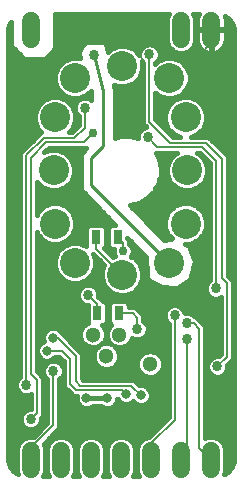
<source format=gbl>
G75*
%MOIN*%
%OFA0B0*%
%FSLAX25Y25*%
%IPPOS*%
%LPD*%
%AMOC8*
5,1,8,0,0,1.08239X$1,22.5*
%
%ADD10C,0.06000*%
%ADD11C,0.10000*%
%ADD12C,0.05118*%
%ADD13R,0.03150X0.04724*%
%ADD14C,0.03369*%
%ADD15C,0.01000*%
%ADD16C,0.00600*%
%ADD17C,0.03172*%
%ADD18C,0.01600*%
%ADD19C,0.02975*%
%ADD20C,0.00800*%
D10*
X0011170Y0006100D02*
X0011170Y0012100D01*
X0021170Y0012100D02*
X0021170Y0006100D01*
X0031170Y0006100D02*
X0031170Y0012100D01*
X0041170Y0012100D02*
X0041170Y0006100D01*
X0051170Y0006100D02*
X0051170Y0012100D01*
X0061170Y0012100D02*
X0061170Y0006100D01*
X0071170Y0006100D02*
X0071170Y0012100D01*
X0071170Y0149407D02*
X0071170Y0155407D01*
X0061170Y0155407D02*
X0061170Y0149407D01*
X0011170Y0149407D02*
X0011170Y0155407D01*
D11*
X0025747Y0136334D03*
X0019123Y0123273D03*
X0018623Y0105557D03*
X0019123Y0087840D03*
X0025747Y0074779D03*
X0041495Y0070842D03*
X0057243Y0074779D03*
X0062617Y0087840D03*
X0063117Y0105557D03*
X0062617Y0123273D03*
X0057243Y0136334D03*
X0041495Y0140271D03*
D12*
X0040600Y0050813D03*
X0036200Y0043613D03*
X0031800Y0050813D03*
X0050800Y0041013D03*
D13*
X0040343Y0058013D03*
X0033257Y0058013D03*
X0032857Y0083413D03*
X0039943Y0083413D03*
D14*
X0030200Y0064013D03*
X0029800Y0039613D03*
X0018600Y0038713D03*
X0011000Y0022613D03*
X0009600Y0034013D03*
X0046600Y0052613D03*
X0050800Y0041013D03*
X0052400Y0035213D03*
X0063200Y0049213D03*
X0063200Y0054613D03*
X0061000Y0061213D03*
X0059000Y0057213D03*
X0072800Y0066213D03*
X0073200Y0040213D03*
X0050000Y0116613D03*
X0050600Y0144213D03*
X0032200Y0144013D03*
X0029000Y0126413D03*
D15*
X0035200Y0132013D02*
X0035200Y0113813D01*
X0031200Y0109813D01*
X0031200Y0100822D01*
X0057243Y0074779D01*
X0035200Y0132013D02*
X0032200Y0144013D01*
D16*
X0029000Y0126413D02*
X0029000Y0119813D01*
X0025600Y0116413D01*
X0015400Y0116413D01*
X0009600Y0110613D01*
X0009600Y0034013D01*
X0013000Y0035813D02*
X0011000Y0037813D01*
X0011000Y0109813D01*
X0016200Y0115013D01*
X0028800Y0115013D01*
X0031800Y0118013D01*
X0050000Y0116613D02*
X0053200Y0113413D01*
X0068200Y0113413D01*
X0072800Y0108813D01*
X0072800Y0066213D01*
X0074800Y0069613D02*
X0074800Y0109413D01*
X0069400Y0114813D01*
X0057600Y0114813D01*
X0050600Y0121813D01*
X0050600Y0144213D01*
X0039943Y0083413D02*
X0041900Y0081457D01*
X0041900Y0078670D01*
X0041495Y0070842D02*
X0032857Y0079480D01*
X0032857Y0083413D01*
X0030200Y0064013D02*
X0033257Y0060957D01*
X0033257Y0058013D01*
X0040343Y0058013D02*
X0045000Y0058013D01*
X0046600Y0056413D01*
X0046600Y0052613D01*
X0044600Y0033813D02*
X0027600Y0033813D01*
X0026000Y0035413D01*
X0026000Y0043813D01*
X0020000Y0049813D01*
X0018400Y0049813D01*
X0016400Y0045413D02*
X0021400Y0045413D01*
X0024200Y0042613D01*
X0024200Y0034213D01*
X0026000Y0032413D01*
X0041400Y0032413D01*
X0042800Y0031013D01*
X0044600Y0033813D02*
X0047800Y0030613D01*
X0059000Y0022413D02*
X0051200Y0014613D01*
X0051200Y0009130D01*
X0051170Y0009100D01*
X0059000Y0022413D02*
X0059000Y0057213D01*
X0063200Y0054613D02*
X0065400Y0054613D01*
X0067200Y0052813D01*
X0067200Y0013070D01*
X0071170Y0009100D01*
X0063200Y0011130D02*
X0061170Y0009100D01*
X0063200Y0011130D02*
X0063200Y0049213D01*
X0073200Y0040213D02*
X0076400Y0043413D01*
X0076400Y0068013D01*
X0074800Y0069613D01*
X0018600Y0038713D02*
X0018600Y0020613D01*
X0011200Y0013213D01*
X0011200Y0009130D01*
X0011170Y0009100D01*
X0011000Y0022613D02*
X0013000Y0024613D01*
X0013000Y0035813D01*
D17*
X0016400Y0045413D03*
X0018400Y0049813D03*
X0029600Y0029613D03*
X0036200Y0043613D03*
X0031800Y0050813D03*
X0040600Y0050813D03*
X0042800Y0031013D03*
X0047800Y0030613D03*
X0036600Y0029613D03*
X0043800Y0117613D03*
D18*
X0004132Y0006880D02*
X0005199Y0005412D01*
X0006667Y0004346D01*
X0006832Y0004292D01*
X0006470Y0005165D01*
X0006470Y0013035D01*
X0007186Y0014762D01*
X0008508Y0016084D01*
X0010235Y0016800D01*
X0011958Y0016800D01*
X0016600Y0021442D01*
X0016600Y0035927D01*
X0015731Y0036796D01*
X0015216Y0038040D01*
X0015216Y0039387D01*
X0015731Y0040630D01*
X0016683Y0041582D01*
X0017927Y0042098D01*
X0019273Y0042098D01*
X0020517Y0041582D01*
X0021469Y0040630D01*
X0021984Y0039387D01*
X0021984Y0038040D01*
X0021469Y0036796D01*
X0020600Y0035927D01*
X0020600Y0019785D01*
X0015278Y0014463D01*
X0015870Y0013035D01*
X0015870Y0005165D01*
X0015269Y0003713D01*
X0017071Y0003713D01*
X0016470Y0005165D01*
X0016470Y0013035D01*
X0017186Y0014762D01*
X0018508Y0016084D01*
X0020235Y0016800D01*
X0022105Y0016800D01*
X0023832Y0016084D01*
X0025155Y0014762D01*
X0025870Y0013035D01*
X0025870Y0005165D01*
X0025269Y0003713D01*
X0027071Y0003713D01*
X0026470Y0005165D01*
X0026470Y0013035D01*
X0027186Y0014762D01*
X0028508Y0016084D01*
X0030235Y0016800D01*
X0032105Y0016800D01*
X0033832Y0016084D01*
X0035155Y0014762D01*
X0035870Y0013035D01*
X0035870Y0005165D01*
X0035269Y0003713D01*
X0037071Y0003713D01*
X0036470Y0005165D01*
X0036470Y0013035D01*
X0037186Y0014762D01*
X0038508Y0016084D01*
X0040235Y0016800D01*
X0042105Y0016800D01*
X0043832Y0016084D01*
X0045155Y0014762D01*
X0045870Y0013035D01*
X0045870Y0005165D01*
X0045269Y0003713D01*
X0047071Y0003713D01*
X0046470Y0005165D01*
X0046470Y0013035D01*
X0047186Y0014762D01*
X0048508Y0016084D01*
X0050235Y0016800D01*
X0050558Y0016800D01*
X0057000Y0023242D01*
X0057000Y0054427D01*
X0056131Y0055296D01*
X0055616Y0056540D01*
X0055616Y0057887D01*
X0056131Y0059130D01*
X0057083Y0060082D01*
X0058327Y0060598D01*
X0059673Y0060598D01*
X0060917Y0060082D01*
X0061869Y0059130D01*
X0062366Y0057931D01*
X0062527Y0057998D01*
X0063873Y0057998D01*
X0065117Y0057482D01*
X0065986Y0056613D01*
X0066228Y0056613D01*
X0068028Y0054813D01*
X0069200Y0053642D01*
X0069200Y0016371D01*
X0070235Y0016800D01*
X0072105Y0016800D01*
X0073832Y0016084D01*
X0075155Y0014762D01*
X0075870Y0013035D01*
X0075870Y0005165D01*
X0075508Y0004292D01*
X0075673Y0004346D01*
X0077141Y0005412D01*
X0078208Y0006880D01*
X0078769Y0008606D01*
X0078840Y0009513D01*
X0078840Y0151994D01*
X0078769Y0152901D01*
X0078208Y0154627D01*
X0077141Y0156095D01*
X0075673Y0157162D01*
X0075644Y0157171D01*
X0075852Y0156531D01*
X0075970Y0155785D01*
X0075970Y0152607D01*
X0071370Y0152607D01*
X0071370Y0152207D01*
X0071370Y0144607D01*
X0071548Y0144607D01*
X0072294Y0144725D01*
X0073013Y0144959D01*
X0073686Y0145302D01*
X0074297Y0145746D01*
X0074831Y0146280D01*
X0075275Y0146891D01*
X0075618Y0147565D01*
X0075852Y0148283D01*
X0075970Y0149029D01*
X0075970Y0152207D01*
X0071370Y0152207D01*
X0070970Y0152207D01*
X0070970Y0144607D01*
X0070792Y0144607D01*
X0070046Y0144725D01*
X0069328Y0144959D01*
X0068654Y0145302D01*
X0068043Y0145746D01*
X0067509Y0146280D01*
X0067065Y0146891D01*
X0066722Y0147565D01*
X0066488Y0148283D01*
X0066370Y0149029D01*
X0066370Y0152207D01*
X0070970Y0152207D01*
X0070970Y0152607D01*
X0066370Y0152607D01*
X0066370Y0155785D01*
X0066488Y0156531D01*
X0066722Y0157250D01*
X0066999Y0157794D01*
X0065269Y0157794D01*
X0065870Y0156342D01*
X0065870Y0148472D01*
X0065155Y0146745D01*
X0063832Y0145423D01*
X0062105Y0144707D01*
X0060235Y0144707D01*
X0058508Y0145423D01*
X0057186Y0146745D01*
X0056470Y0148472D01*
X0056470Y0156342D01*
X0057071Y0157794D01*
X0019100Y0157794D01*
X0019100Y0146061D01*
X0017100Y0144061D01*
X0015753Y0142713D01*
X0008847Y0142713D01*
X0005847Y0145713D01*
X0004500Y0147061D01*
X0004500Y0155133D01*
X0004132Y0154627D01*
X0003571Y0152901D01*
X0003500Y0151994D01*
X0003500Y0009513D01*
X0003571Y0008606D01*
X0004132Y0006880D01*
X0004184Y0006809D02*
X0006470Y0006809D01*
X0006470Y0008407D02*
X0003636Y0008407D01*
X0003500Y0010006D02*
X0006470Y0010006D01*
X0006470Y0011604D02*
X0003500Y0011604D01*
X0003500Y0013203D02*
X0006540Y0013203D01*
X0007225Y0014801D02*
X0003500Y0014801D01*
X0003500Y0016400D02*
X0009269Y0016400D01*
X0010327Y0019229D02*
X0011673Y0019229D01*
X0012917Y0019744D01*
X0013869Y0020696D01*
X0014384Y0021940D01*
X0014384Y0023169D01*
X0015000Y0023785D01*
X0015000Y0036642D01*
X0013000Y0038642D01*
X0013000Y0085114D01*
X0013443Y0084045D01*
X0015328Y0082160D01*
X0017790Y0081140D01*
X0020456Y0081140D01*
X0022918Y0082160D01*
X0024803Y0084045D01*
X0025823Y0086507D01*
X0025823Y0089173D01*
X0024803Y0091635D01*
X0022918Y0093520D01*
X0020456Y0094540D01*
X0017790Y0094540D01*
X0015328Y0093520D01*
X0013443Y0091635D01*
X0013000Y0090566D01*
X0013000Y0101704D01*
X0014828Y0099877D01*
X0017290Y0098857D01*
X0019956Y0098857D01*
X0022418Y0099877D01*
X0024303Y0101761D01*
X0025323Y0104224D01*
X0025323Y0106889D01*
X0024303Y0109352D01*
X0022418Y0111237D01*
X0019956Y0112257D01*
X0017290Y0112257D01*
X0015552Y0111537D01*
X0017028Y0113013D01*
X0029383Y0113013D01*
X0028345Y0111670D01*
X0027800Y0111125D01*
X0027800Y0110964D01*
X0027702Y0110837D01*
X0027800Y0110073D01*
X0027800Y0100033D01*
X0027784Y0099142D01*
X0027800Y0099125D01*
X0027800Y0099102D01*
X0028430Y0098472D01*
X0039034Y0087476D01*
X0037664Y0087476D01*
X0036669Y0086480D01*
X0036669Y0080347D01*
X0037664Y0079351D01*
X0038732Y0079351D01*
X0038713Y0079304D01*
X0038713Y0078036D01*
X0039100Y0077102D01*
X0038367Y0076798D01*
X0035475Y0079690D01*
X0036131Y0080347D01*
X0036131Y0086480D01*
X0035136Y0087476D01*
X0030578Y0087476D01*
X0029582Y0086480D01*
X0029582Y0080419D01*
X0029542Y0080459D01*
X0027080Y0081479D01*
X0024414Y0081479D01*
X0021952Y0080459D01*
X0020067Y0078574D01*
X0019047Y0076112D01*
X0019047Y0073446D01*
X0020067Y0070984D01*
X0021952Y0069099D01*
X0024414Y0068079D01*
X0027080Y0068079D01*
X0029542Y0069099D01*
X0031427Y0070984D01*
X0032447Y0073446D01*
X0032447Y0076112D01*
X0031775Y0077733D01*
X0035539Y0073970D01*
X0034795Y0072175D01*
X0034795Y0069509D01*
X0035815Y0067047D01*
X0037700Y0065162D01*
X0040162Y0064142D01*
X0042828Y0064142D01*
X0045290Y0065162D01*
X0047175Y0067047D01*
X0048195Y0069509D01*
X0048195Y0072175D01*
X0047175Y0074637D01*
X0045290Y0076522D01*
X0044561Y0076824D01*
X0044602Y0076865D01*
X0045087Y0078036D01*
X0045087Y0079304D01*
X0044602Y0080476D01*
X0043900Y0081178D01*
X0043900Y0082285D01*
X0043218Y0082967D01*
X0043218Y0083136D01*
X0049450Y0076673D01*
X0049766Y0071139D01*
X0049638Y0070914D01*
X0049817Y0070257D01*
X0049856Y0069578D01*
X0050049Y0069406D01*
X0050117Y0069155D01*
X0050708Y0068818D01*
X0051216Y0068365D01*
X0051475Y0068380D01*
X0053313Y0067329D01*
X0053587Y0066964D01*
X0054073Y0066895D01*
X0054500Y0066651D01*
X0054940Y0066771D01*
X0058644Y0066242D01*
X0059495Y0066084D01*
X0059539Y0066114D01*
X0059591Y0066107D01*
X0060284Y0066626D01*
X0063371Y0068749D01*
X0064083Y0069155D01*
X0064110Y0069257D01*
X0064197Y0069317D01*
X0064347Y0070123D01*
X0065474Y0074258D01*
X0065779Y0074919D01*
X0065708Y0075114D01*
X0065762Y0075314D01*
X0065401Y0075946D01*
X0064136Y0079379D01*
X0064020Y0080074D01*
X0063830Y0080210D01*
X0063749Y0080429D01*
X0063110Y0080724D01*
X0062527Y0081140D01*
X0063950Y0081140D01*
X0066412Y0082160D01*
X0068297Y0084045D01*
X0069317Y0086507D01*
X0069317Y0089173D01*
X0068297Y0091635D01*
X0066412Y0093520D01*
X0063950Y0094540D01*
X0061284Y0094540D01*
X0058822Y0093520D01*
X0056937Y0091635D01*
X0055917Y0089173D01*
X0055917Y0086507D01*
X0056937Y0084045D01*
X0058118Y0082863D01*
X0057939Y0082834D01*
X0057934Y0082826D01*
X0055361Y0082379D01*
X0043941Y0094014D01*
X0044264Y0094014D01*
X0047200Y0094801D01*
X0049832Y0096320D01*
X0051981Y0098469D01*
X0053501Y0101101D01*
X0054287Y0104037D01*
X0054287Y0107076D01*
X0053501Y0110012D01*
X0052692Y0111413D01*
X0059748Y0111413D01*
X0059322Y0111237D01*
X0057437Y0109352D01*
X0056417Y0106889D01*
X0056417Y0104224D01*
X0057437Y0101761D01*
X0059322Y0099877D01*
X0061784Y0098857D01*
X0064450Y0098857D01*
X0066912Y0099877D01*
X0068797Y0101761D01*
X0069817Y0104224D01*
X0069817Y0106889D01*
X0068797Y0109352D01*
X0066912Y0111237D01*
X0066485Y0111413D01*
X0067372Y0111413D01*
X0070800Y0107985D01*
X0070800Y0068999D01*
X0069931Y0068130D01*
X0069416Y0066887D01*
X0069416Y0065540D01*
X0069931Y0064296D01*
X0070883Y0063344D01*
X0072127Y0062829D01*
X0073473Y0062829D01*
X0074400Y0063213D01*
X0074400Y0044242D01*
X0073756Y0043598D01*
X0072527Y0043598D01*
X0071283Y0043082D01*
X0070331Y0042130D01*
X0069816Y0040887D01*
X0069816Y0039540D01*
X0070331Y0038296D01*
X0071283Y0037344D01*
X0072527Y0036829D01*
X0073873Y0036829D01*
X0075117Y0037344D01*
X0076069Y0038296D01*
X0076584Y0039540D01*
X0076584Y0040769D01*
X0077228Y0041413D01*
X0078400Y0042585D01*
X0078400Y0068842D01*
X0077228Y0070013D01*
X0076800Y0070442D01*
X0076800Y0110242D01*
X0071400Y0115642D01*
X0070228Y0116813D01*
X0064529Y0116813D01*
X0066412Y0117593D01*
X0068297Y0119478D01*
X0069317Y0121941D01*
X0069317Y0124606D01*
X0068297Y0127068D01*
X0066412Y0128953D01*
X0063950Y0129973D01*
X0061284Y0129973D01*
X0058822Y0128953D01*
X0056937Y0127068D01*
X0055917Y0124606D01*
X0055917Y0121941D01*
X0056937Y0119478D01*
X0058822Y0117593D01*
X0060704Y0116813D01*
X0058428Y0116813D01*
X0052600Y0122642D01*
X0052600Y0131502D01*
X0053448Y0130654D01*
X0055910Y0129634D01*
X0058576Y0129634D01*
X0061038Y0130654D01*
X0062923Y0132539D01*
X0063943Y0135002D01*
X0063943Y0137667D01*
X0062923Y0140129D01*
X0061038Y0142014D01*
X0058576Y0143034D01*
X0055910Y0143034D01*
X0053448Y0142014D01*
X0052600Y0141167D01*
X0052600Y0141427D01*
X0053469Y0142296D01*
X0053984Y0143540D01*
X0053984Y0144887D01*
X0053469Y0146130D01*
X0052517Y0147082D01*
X0051273Y0147598D01*
X0049927Y0147598D01*
X0048683Y0147082D01*
X0047731Y0146130D01*
X0047216Y0144887D01*
X0047216Y0143968D01*
X0047175Y0144066D01*
X0045290Y0145951D01*
X0042828Y0146971D01*
X0040162Y0146971D01*
X0037700Y0145951D01*
X0036680Y0144932D01*
X0036400Y0146419D01*
X0036400Y0147125D01*
X0036236Y0147289D01*
X0036193Y0147516D01*
X0035610Y0147914D01*
X0035111Y0148413D01*
X0034880Y0148413D01*
X0034688Y0148544D01*
X0033995Y0148413D01*
X0031133Y0148413D01*
X0030991Y0148520D01*
X0030244Y0148413D01*
X0029489Y0148413D01*
X0029363Y0148288D01*
X0029187Y0148262D01*
X0028734Y0147658D01*
X0028200Y0147125D01*
X0028200Y0146947D01*
X0027852Y0146483D01*
X0027640Y0146412D01*
X0027321Y0145775D01*
X0026893Y0145204D01*
X0026925Y0144983D01*
X0026825Y0144782D01*
X0027050Y0144106D01*
X0027151Y0143400D01*
X0027330Y0143266D01*
X0027460Y0142877D01*
X0027080Y0143034D01*
X0024414Y0143034D01*
X0021952Y0142014D01*
X0020067Y0140129D01*
X0019047Y0137667D01*
X0019047Y0135002D01*
X0020067Y0132539D01*
X0021952Y0130654D01*
X0024414Y0129634D01*
X0027080Y0129634D01*
X0029542Y0130654D01*
X0031036Y0132148D01*
X0031200Y0131656D01*
X0031200Y0128999D01*
X0030917Y0129282D01*
X0029673Y0129798D01*
X0028327Y0129798D01*
X0027083Y0129282D01*
X0026131Y0128330D01*
X0025616Y0127087D01*
X0025616Y0125740D01*
X0026131Y0124496D01*
X0027000Y0123627D01*
X0027000Y0120642D01*
X0024772Y0118413D01*
X0023738Y0118413D01*
X0024803Y0119478D01*
X0025823Y0121941D01*
X0025823Y0124606D01*
X0024803Y0127068D01*
X0022918Y0128953D01*
X0020456Y0129973D01*
X0017790Y0129973D01*
X0015328Y0128953D01*
X0013443Y0127068D01*
X0012423Y0124606D01*
X0012423Y0121941D01*
X0013443Y0119478D01*
X0014540Y0118381D01*
X0013400Y0117242D01*
X0007600Y0111442D01*
X0007600Y0036799D01*
X0006731Y0035930D01*
X0006216Y0034687D01*
X0006216Y0033340D01*
X0006731Y0032096D01*
X0007683Y0031144D01*
X0008927Y0030629D01*
X0010273Y0030629D01*
X0011000Y0030930D01*
X0011000Y0025998D01*
X0010327Y0025998D01*
X0009083Y0025482D01*
X0008131Y0024530D01*
X0007616Y0023287D01*
X0007616Y0021940D01*
X0008131Y0020696D01*
X0009083Y0019744D01*
X0010327Y0019229D01*
X0009439Y0019597D02*
X0003500Y0019597D01*
X0003500Y0017998D02*
X0013157Y0017998D01*
X0012561Y0019597D02*
X0014755Y0019597D01*
X0014076Y0021196D02*
X0016354Y0021196D01*
X0016600Y0022794D02*
X0014384Y0022794D01*
X0015000Y0024393D02*
X0016600Y0024393D01*
X0016600Y0025991D02*
X0015000Y0025991D01*
X0015000Y0027590D02*
X0016600Y0027590D01*
X0016600Y0029188D02*
X0015000Y0029188D01*
X0015000Y0030787D02*
X0016600Y0030787D01*
X0016600Y0032385D02*
X0015000Y0032385D01*
X0015000Y0033984D02*
X0016600Y0033984D01*
X0016600Y0035582D02*
X0015000Y0035582D01*
X0014461Y0037181D02*
X0015572Y0037181D01*
X0015216Y0038779D02*
X0013000Y0038779D01*
X0013000Y0040378D02*
X0015626Y0040378D01*
X0015746Y0042128D02*
X0014539Y0042628D01*
X0013614Y0043552D01*
X0013114Y0044760D01*
X0013114Y0046067D01*
X0013614Y0047275D01*
X0014539Y0048199D01*
X0015370Y0048543D01*
X0015114Y0049160D01*
X0015114Y0050467D01*
X0015614Y0051675D01*
X0016539Y0052599D01*
X0017746Y0053099D01*
X0019054Y0053099D01*
X0020261Y0052599D01*
X0021186Y0051675D01*
X0021340Y0051302D01*
X0026828Y0045813D01*
X0028000Y0044642D01*
X0028000Y0036242D01*
X0028428Y0035813D01*
X0045428Y0035813D01*
X0046600Y0034642D01*
X0046600Y0034642D01*
X0047343Y0033899D01*
X0048454Y0033899D01*
X0049661Y0033399D01*
X0050586Y0032475D01*
X0051086Y0031267D01*
X0051086Y0029960D01*
X0050586Y0028752D01*
X0049661Y0027828D01*
X0048454Y0027328D01*
X0047146Y0027328D01*
X0045939Y0027828D01*
X0045100Y0028667D01*
X0044661Y0028228D01*
X0043454Y0027728D01*
X0042146Y0027728D01*
X0040939Y0028228D01*
X0040014Y0029152D01*
X0039886Y0029463D01*
X0039886Y0028960D01*
X0039386Y0027752D01*
X0038461Y0026828D01*
X0037254Y0026328D01*
X0035946Y0026328D01*
X0034739Y0026828D01*
X0034453Y0027113D01*
X0031747Y0027113D01*
X0031461Y0026828D01*
X0030254Y0026328D01*
X0028946Y0026328D01*
X0027739Y0026828D01*
X0026814Y0027752D01*
X0026314Y0028960D01*
X0026314Y0030267D01*
X0026375Y0030413D01*
X0025172Y0030413D01*
X0024000Y0031585D01*
X0022200Y0033385D01*
X0022200Y0041785D01*
X0020572Y0043413D01*
X0019047Y0043413D01*
X0018261Y0042628D01*
X0017054Y0042128D01*
X0015746Y0042128D01*
X0017634Y0041976D02*
X0013000Y0041976D01*
X0013000Y0043575D02*
X0013605Y0043575D01*
X0013114Y0045173D02*
X0013000Y0045173D01*
X0013000Y0046772D02*
X0013406Y0046772D01*
X0013000Y0048370D02*
X0014952Y0048370D01*
X0015114Y0049969D02*
X0013000Y0049969D01*
X0013000Y0051567D02*
X0015570Y0051567D01*
X0013000Y0053166D02*
X0028164Y0053166D01*
X0028189Y0053226D02*
X0027541Y0051661D01*
X0027541Y0049966D01*
X0028189Y0048401D01*
X0029387Y0047203D01*
X0030953Y0046554D01*
X0032647Y0046554D01*
X0033451Y0046887D01*
X0032589Y0046026D01*
X0031941Y0044461D01*
X0031941Y0042766D01*
X0032589Y0041201D01*
X0033787Y0040003D01*
X0035353Y0039354D01*
X0037047Y0039354D01*
X0038613Y0040003D01*
X0039811Y0041201D01*
X0040459Y0042766D01*
X0040459Y0044461D01*
X0039811Y0046026D01*
X0038949Y0046887D01*
X0039753Y0046554D01*
X0041447Y0046554D01*
X0043013Y0047203D01*
X0044211Y0048401D01*
X0044755Y0049715D01*
X0045927Y0049229D01*
X0047273Y0049229D01*
X0048517Y0049744D01*
X0049469Y0050696D01*
X0049984Y0051940D01*
X0049984Y0053287D01*
X0049469Y0054530D01*
X0048600Y0055399D01*
X0048600Y0057242D01*
X0047428Y0058413D01*
X0045828Y0060013D01*
X0043618Y0060013D01*
X0043618Y0061080D01*
X0042622Y0062076D01*
X0038064Y0062076D01*
X0037069Y0061080D01*
X0037069Y0054947D01*
X0037889Y0054126D01*
X0036989Y0053226D01*
X0036341Y0051661D01*
X0036341Y0049966D01*
X0036989Y0048401D01*
X0037851Y0047540D01*
X0037047Y0047872D01*
X0035353Y0047872D01*
X0034549Y0047540D01*
X0035411Y0048401D01*
X0036059Y0049966D01*
X0036059Y0051661D01*
X0035411Y0053226D01*
X0034685Y0053951D01*
X0035536Y0053951D01*
X0036531Y0054947D01*
X0036531Y0061080D01*
X0035536Y0062076D01*
X0034966Y0062076D01*
X0034085Y0062957D01*
X0033584Y0063458D01*
X0033584Y0064687D01*
X0033069Y0065930D01*
X0032117Y0066882D01*
X0030873Y0067398D01*
X0029527Y0067398D01*
X0028283Y0066882D01*
X0027331Y0065930D01*
X0026816Y0064687D01*
X0026816Y0063340D01*
X0027331Y0062096D01*
X0028283Y0061144D01*
X0029527Y0060629D01*
X0029982Y0060629D01*
X0029982Y0054947D01*
X0030178Y0054751D01*
X0029387Y0054424D01*
X0028189Y0053226D01*
X0027541Y0051567D02*
X0021230Y0051567D01*
X0022673Y0049969D02*
X0027541Y0049969D01*
X0028220Y0048370D02*
X0024272Y0048370D01*
X0025870Y0046772D02*
X0030428Y0046772D01*
X0031941Y0043575D02*
X0028000Y0043575D01*
X0028000Y0041976D02*
X0032268Y0041976D01*
X0033413Y0040378D02*
X0028000Y0040378D01*
X0028000Y0038779D02*
X0047115Y0038779D01*
X0047189Y0038601D02*
X0048387Y0037403D01*
X0049953Y0036754D01*
X0051647Y0036754D01*
X0053213Y0037403D01*
X0054411Y0038601D01*
X0055059Y0040166D01*
X0055059Y0041861D01*
X0054411Y0043426D01*
X0053213Y0044624D01*
X0051647Y0045272D01*
X0049953Y0045272D01*
X0048387Y0044624D01*
X0047189Y0043426D01*
X0046541Y0041861D01*
X0046541Y0040166D01*
X0047189Y0038601D01*
X0046541Y0040378D02*
X0038987Y0040378D01*
X0040132Y0041976D02*
X0046589Y0041976D01*
X0047338Y0043575D02*
X0040459Y0043575D01*
X0040164Y0045173D02*
X0049713Y0045173D01*
X0051887Y0045173D02*
X0057000Y0045173D01*
X0057000Y0043575D02*
X0054262Y0043575D01*
X0055011Y0041976D02*
X0057000Y0041976D01*
X0057000Y0040378D02*
X0055059Y0040378D01*
X0054484Y0038779D02*
X0057000Y0038779D01*
X0057000Y0037181D02*
X0052676Y0037181D01*
X0050623Y0032385D02*
X0057000Y0032385D01*
X0057000Y0030787D02*
X0051086Y0030787D01*
X0050766Y0029188D02*
X0057000Y0029188D01*
X0057000Y0027590D02*
X0049086Y0027590D01*
X0046514Y0027590D02*
X0039223Y0027590D01*
X0039886Y0029188D02*
X0039999Y0029188D01*
X0036600Y0029613D02*
X0029600Y0029613D01*
X0026977Y0027590D02*
X0020600Y0027590D01*
X0020600Y0029188D02*
X0026314Y0029188D01*
X0024798Y0030787D02*
X0020600Y0030787D01*
X0020600Y0032385D02*
X0023200Y0032385D01*
X0022200Y0033984D02*
X0020600Y0033984D01*
X0020600Y0035582D02*
X0022200Y0035582D01*
X0022200Y0037181D02*
X0021628Y0037181D01*
X0021984Y0038779D02*
X0022200Y0038779D01*
X0022200Y0040378D02*
X0021574Y0040378D01*
X0022009Y0041976D02*
X0019566Y0041976D01*
X0013000Y0054764D02*
X0030165Y0054764D01*
X0029982Y0056363D02*
X0013000Y0056363D01*
X0013000Y0057961D02*
X0029982Y0057961D01*
X0029982Y0059560D02*
X0013000Y0059560D01*
X0013000Y0061158D02*
X0028269Y0061158D01*
X0027057Y0062757D02*
X0013000Y0062757D01*
X0013000Y0064355D02*
X0026816Y0064355D01*
X0027354Y0065954D02*
X0013000Y0065954D01*
X0013000Y0067552D02*
X0035606Y0067552D01*
X0034943Y0069151D02*
X0029594Y0069151D01*
X0031192Y0070749D02*
X0034795Y0070749D01*
X0034867Y0072348D02*
X0031992Y0072348D01*
X0032447Y0073946D02*
X0035529Y0073946D01*
X0033964Y0075545D02*
X0032447Y0075545D01*
X0032365Y0077143D02*
X0032020Y0077143D01*
X0029582Y0081939D02*
X0022384Y0081939D01*
X0021833Y0080340D02*
X0013000Y0080340D01*
X0013000Y0078742D02*
X0020234Y0078742D01*
X0019474Y0077143D02*
X0013000Y0077143D01*
X0013000Y0075545D02*
X0019047Y0075545D01*
X0019047Y0073946D02*
X0013000Y0073946D01*
X0013000Y0072348D02*
X0019502Y0072348D01*
X0020301Y0070749D02*
X0013000Y0070749D01*
X0013000Y0069151D02*
X0021900Y0069151D01*
X0015862Y0081939D02*
X0013000Y0081939D01*
X0013000Y0083537D02*
X0013950Y0083537D01*
X0013399Y0091530D02*
X0013000Y0091530D01*
X0013000Y0093129D02*
X0014936Y0093129D01*
X0013000Y0094727D02*
X0032041Y0094727D01*
X0030500Y0096326D02*
X0013000Y0096326D01*
X0013000Y0097924D02*
X0028958Y0097924D01*
X0027791Y0099523D02*
X0021563Y0099523D01*
X0023662Y0101121D02*
X0027800Y0101121D01*
X0027800Y0102720D02*
X0024700Y0102720D01*
X0025323Y0104318D02*
X0027800Y0104318D01*
X0027800Y0105917D02*
X0025323Y0105917D01*
X0025064Y0107515D02*
X0027800Y0107515D01*
X0027800Y0109114D02*
X0024402Y0109114D01*
X0022943Y0110712D02*
X0027718Y0110712D01*
X0028840Y0112311D02*
X0016326Y0112311D01*
X0013264Y0117106D02*
X0003500Y0117106D01*
X0003500Y0115508D02*
X0011666Y0115508D01*
X0010067Y0113909D02*
X0003500Y0113909D01*
X0003500Y0112311D02*
X0008469Y0112311D01*
X0007600Y0110712D02*
X0003500Y0110712D01*
X0003500Y0109114D02*
X0007600Y0109114D01*
X0007600Y0107515D02*
X0003500Y0107515D01*
X0003500Y0105917D02*
X0007600Y0105917D01*
X0007600Y0104318D02*
X0003500Y0104318D01*
X0003500Y0102720D02*
X0007600Y0102720D01*
X0007600Y0101121D02*
X0003500Y0101121D01*
X0003500Y0099523D02*
X0007600Y0099523D01*
X0007600Y0097924D02*
X0003500Y0097924D01*
X0003500Y0096326D02*
X0007600Y0096326D01*
X0007600Y0094727D02*
X0003500Y0094727D01*
X0003500Y0093129D02*
X0007600Y0093129D01*
X0007600Y0091530D02*
X0003500Y0091530D01*
X0003500Y0089932D02*
X0007600Y0089932D01*
X0007600Y0088333D02*
X0003500Y0088333D01*
X0003500Y0086734D02*
X0007600Y0086734D01*
X0007600Y0085136D02*
X0003500Y0085136D01*
X0003500Y0083537D02*
X0007600Y0083537D01*
X0007600Y0081939D02*
X0003500Y0081939D01*
X0003500Y0080340D02*
X0007600Y0080340D01*
X0007600Y0078742D02*
X0003500Y0078742D01*
X0003500Y0077143D02*
X0007600Y0077143D01*
X0007600Y0075545D02*
X0003500Y0075545D01*
X0003500Y0073946D02*
X0007600Y0073946D01*
X0007600Y0072348D02*
X0003500Y0072348D01*
X0003500Y0070749D02*
X0007600Y0070749D01*
X0007600Y0069151D02*
X0003500Y0069151D01*
X0003500Y0067552D02*
X0007600Y0067552D01*
X0007600Y0065954D02*
X0003500Y0065954D01*
X0003500Y0064355D02*
X0007600Y0064355D01*
X0007600Y0062757D02*
X0003500Y0062757D01*
X0003500Y0061158D02*
X0007600Y0061158D01*
X0007600Y0059560D02*
X0003500Y0059560D01*
X0003500Y0057961D02*
X0007600Y0057961D01*
X0007600Y0056363D02*
X0003500Y0056363D01*
X0003500Y0054764D02*
X0007600Y0054764D01*
X0007600Y0053166D02*
X0003500Y0053166D01*
X0003500Y0051567D02*
X0007600Y0051567D01*
X0007600Y0049969D02*
X0003500Y0049969D01*
X0003500Y0048370D02*
X0007600Y0048370D01*
X0007600Y0046772D02*
X0003500Y0046772D01*
X0003500Y0045173D02*
X0007600Y0045173D01*
X0007600Y0043575D02*
X0003500Y0043575D01*
X0003500Y0041976D02*
X0007600Y0041976D01*
X0007600Y0040378D02*
X0003500Y0040378D01*
X0003500Y0038779D02*
X0007600Y0038779D01*
X0007600Y0037181D02*
X0003500Y0037181D01*
X0003500Y0035582D02*
X0006587Y0035582D01*
X0006216Y0033984D02*
X0003500Y0033984D01*
X0003500Y0032385D02*
X0006611Y0032385D01*
X0008547Y0030787D02*
X0003500Y0030787D01*
X0003500Y0029188D02*
X0011000Y0029188D01*
X0011000Y0027590D02*
X0003500Y0027590D01*
X0003500Y0025991D02*
X0010311Y0025991D01*
X0008074Y0024393D02*
X0003500Y0024393D01*
X0003500Y0022794D02*
X0007616Y0022794D01*
X0007924Y0021196D02*
X0003500Y0021196D01*
X0010653Y0030787D02*
X0011000Y0030787D01*
X0018814Y0017998D02*
X0051757Y0017998D01*
X0053355Y0019597D02*
X0020412Y0019597D01*
X0020600Y0021196D02*
X0054954Y0021196D01*
X0056552Y0022794D02*
X0020600Y0022794D01*
X0020600Y0024393D02*
X0057000Y0024393D01*
X0057000Y0025991D02*
X0020600Y0025991D01*
X0019269Y0016400D02*
X0017215Y0016400D01*
X0017225Y0014801D02*
X0015616Y0014801D01*
X0015800Y0013203D02*
X0016540Y0013203D01*
X0016470Y0011604D02*
X0015870Y0011604D01*
X0015870Y0010006D02*
X0016470Y0010006D01*
X0016470Y0008407D02*
X0015870Y0008407D01*
X0015870Y0006809D02*
X0016470Y0006809D01*
X0016470Y0005210D02*
X0015870Y0005210D01*
X0023071Y0016400D02*
X0029269Y0016400D01*
X0027225Y0014801D02*
X0025115Y0014801D01*
X0025800Y0013203D02*
X0026540Y0013203D01*
X0026470Y0011604D02*
X0025870Y0011604D01*
X0025870Y0010006D02*
X0026470Y0010006D01*
X0026470Y0008407D02*
X0025870Y0008407D01*
X0025870Y0006809D02*
X0026470Y0006809D01*
X0026470Y0005210D02*
X0025870Y0005210D01*
X0033071Y0016400D02*
X0039269Y0016400D01*
X0037225Y0014801D02*
X0035115Y0014801D01*
X0035800Y0013203D02*
X0036540Y0013203D01*
X0036470Y0011604D02*
X0035870Y0011604D01*
X0035870Y0010006D02*
X0036470Y0010006D01*
X0036470Y0008407D02*
X0035870Y0008407D01*
X0035870Y0006809D02*
X0036470Y0006809D01*
X0036470Y0005210D02*
X0035870Y0005210D01*
X0043071Y0016400D02*
X0049269Y0016400D01*
X0047225Y0014801D02*
X0045115Y0014801D01*
X0045800Y0013203D02*
X0046540Y0013203D01*
X0046470Y0011604D02*
X0045870Y0011604D01*
X0045870Y0010006D02*
X0046470Y0010006D01*
X0046470Y0008407D02*
X0045870Y0008407D01*
X0045870Y0006809D02*
X0046470Y0006809D01*
X0046470Y0005210D02*
X0045870Y0005210D01*
X0047258Y0033984D02*
X0057000Y0033984D01*
X0057000Y0035582D02*
X0045660Y0035582D01*
X0048924Y0037181D02*
X0028000Y0037181D01*
X0027469Y0045173D02*
X0032236Y0045173D01*
X0033172Y0046772D02*
X0033335Y0046772D01*
X0035380Y0048370D02*
X0037020Y0048370D01*
X0036341Y0049969D02*
X0036059Y0049969D01*
X0036059Y0051567D02*
X0036341Y0051567D01*
X0036964Y0053166D02*
X0035436Y0053166D01*
X0036349Y0054764D02*
X0037251Y0054764D01*
X0037069Y0056363D02*
X0036531Y0056363D01*
X0036531Y0057961D02*
X0037069Y0057961D01*
X0037069Y0059560D02*
X0036531Y0059560D01*
X0036453Y0061158D02*
X0037147Y0061158D01*
X0039647Y0064355D02*
X0033584Y0064355D01*
X0033046Y0065954D02*
X0036908Y0065954D01*
X0034285Y0062757D02*
X0074400Y0062757D01*
X0074400Y0061158D02*
X0043540Y0061158D01*
X0043342Y0064355D02*
X0069907Y0064355D01*
X0069416Y0065954D02*
X0046082Y0065954D01*
X0047384Y0067552D02*
X0052923Y0067552D01*
X0050125Y0069151D02*
X0048046Y0069151D01*
X0048195Y0070749D02*
X0049683Y0070749D01*
X0049697Y0072348D02*
X0048123Y0072348D01*
X0047461Y0073946D02*
X0049606Y0073946D01*
X0049515Y0075545D02*
X0046267Y0075545D01*
X0044718Y0077143D02*
X0048997Y0077143D01*
X0047456Y0078742D02*
X0045087Y0078742D01*
X0044658Y0080340D02*
X0045914Y0080340D01*
X0044373Y0081939D02*
X0043900Y0081939D01*
X0047948Y0089932D02*
X0056231Y0089932D01*
X0055917Y0088333D02*
X0049517Y0088333D01*
X0051086Y0086734D02*
X0055917Y0086734D01*
X0056485Y0085136D02*
X0052655Y0085136D01*
X0054224Y0083537D02*
X0057444Y0083537D01*
X0056893Y0091530D02*
X0046379Y0091530D01*
X0044810Y0093129D02*
X0058430Y0093129D01*
X0060177Y0099523D02*
X0052589Y0099523D01*
X0053506Y0101121D02*
X0058077Y0101121D01*
X0057040Y0102720D02*
X0053934Y0102720D01*
X0054287Y0104318D02*
X0056417Y0104318D01*
X0056417Y0105917D02*
X0054287Y0105917D01*
X0054170Y0107515D02*
X0056676Y0107515D01*
X0057338Y0109114D02*
X0053741Y0109114D01*
X0053097Y0110712D02*
X0058797Y0110712D01*
X0058136Y0117106D02*
X0059998Y0117106D01*
X0057710Y0118705D02*
X0056537Y0118705D01*
X0056595Y0120303D02*
X0054939Y0120303D01*
X0055933Y0121902D02*
X0053340Y0121902D01*
X0052600Y0123500D02*
X0055917Y0123500D01*
X0056121Y0125099D02*
X0052600Y0125099D01*
X0052600Y0126697D02*
X0056783Y0126697D01*
X0058164Y0128296D02*
X0052600Y0128296D01*
X0052600Y0129894D02*
X0055282Y0129894D01*
X0052609Y0131493D02*
X0052600Y0131493D01*
X0048600Y0131493D02*
X0039000Y0131493D01*
X0039000Y0131734D02*
X0039131Y0131925D01*
X0039000Y0132619D01*
X0039000Y0133325D01*
X0038836Y0133489D01*
X0038707Y0134174D01*
X0040162Y0133571D01*
X0042828Y0133571D01*
X0045290Y0134591D01*
X0047175Y0136476D01*
X0048195Y0138939D01*
X0048195Y0141604D01*
X0048033Y0141994D01*
X0048600Y0141427D01*
X0048600Y0120985D01*
X0049587Y0119998D01*
X0049327Y0119998D01*
X0048083Y0119482D01*
X0047131Y0118530D01*
X0046616Y0117287D01*
X0046616Y0116469D01*
X0044264Y0117099D01*
X0041225Y0117099D01*
X0039000Y0116503D01*
X0039000Y0131734D01*
X0039000Y0133091D02*
X0048600Y0133091D01*
X0048600Y0134690D02*
X0045389Y0134690D01*
X0046987Y0136288D02*
X0048600Y0136288D01*
X0048600Y0137887D02*
X0047759Y0137887D01*
X0048195Y0139485D02*
X0048600Y0139485D01*
X0048600Y0141084D02*
X0048195Y0141084D01*
X0047216Y0144281D02*
X0046960Y0144281D01*
X0047627Y0145879D02*
X0045362Y0145879D01*
X0049638Y0147478D02*
X0036200Y0147478D01*
X0036502Y0145879D02*
X0037628Y0145879D01*
X0031200Y0131493D02*
X0030381Y0131493D01*
X0031200Y0129894D02*
X0027707Y0129894D01*
X0026117Y0128296D02*
X0023575Y0128296D01*
X0023786Y0129894D02*
X0020646Y0129894D01*
X0021113Y0131493D02*
X0003500Y0131493D01*
X0003500Y0133091D02*
X0019838Y0133091D01*
X0019176Y0134690D02*
X0003500Y0134690D01*
X0003500Y0136288D02*
X0019047Y0136288D01*
X0019138Y0137887D02*
X0003500Y0137887D01*
X0003500Y0139485D02*
X0019800Y0139485D01*
X0021021Y0141084D02*
X0003500Y0141084D01*
X0003500Y0142682D02*
X0023565Y0142682D01*
X0026992Y0144281D02*
X0017320Y0144281D01*
X0018919Y0145879D02*
X0027373Y0145879D01*
X0028553Y0147478D02*
X0019100Y0147478D01*
X0019100Y0149076D02*
X0056470Y0149076D01*
X0056470Y0150675D02*
X0019100Y0150675D01*
X0019100Y0152273D02*
X0056470Y0152273D01*
X0056470Y0153872D02*
X0019100Y0153872D01*
X0019100Y0155470D02*
X0056470Y0155470D01*
X0056771Y0157069D02*
X0019100Y0157069D01*
X0007280Y0144281D02*
X0003500Y0144281D01*
X0003500Y0145879D02*
X0005681Y0145879D01*
X0004500Y0147478D02*
X0003500Y0147478D01*
X0003500Y0149076D02*
X0004500Y0149076D01*
X0004500Y0150675D02*
X0003500Y0150675D01*
X0003522Y0152273D02*
X0004500Y0152273D01*
X0004500Y0153872D02*
X0003887Y0153872D01*
X0003500Y0129894D02*
X0017600Y0129894D01*
X0014670Y0128296D02*
X0003500Y0128296D01*
X0003500Y0126697D02*
X0013289Y0126697D01*
X0012627Y0125099D02*
X0003500Y0125099D01*
X0003500Y0123500D02*
X0012423Y0123500D01*
X0012439Y0121902D02*
X0003500Y0121902D01*
X0003500Y0120303D02*
X0013101Y0120303D01*
X0014216Y0118705D02*
X0003500Y0118705D01*
X0013000Y0101121D02*
X0013583Y0101121D01*
X0013000Y0099523D02*
X0015683Y0099523D01*
X0023310Y0093129D02*
X0033583Y0093129D01*
X0035124Y0091530D02*
X0024846Y0091530D01*
X0025509Y0089932D02*
X0036666Y0089932D01*
X0038207Y0088333D02*
X0025823Y0088333D01*
X0025823Y0086734D02*
X0029837Y0086734D01*
X0029582Y0085136D02*
X0025255Y0085136D01*
X0024295Y0083537D02*
X0029582Y0083537D01*
X0036131Y0083537D02*
X0036669Y0083537D01*
X0036669Y0081939D02*
X0036131Y0081939D01*
X0036125Y0080340D02*
X0036675Y0080340D01*
X0036423Y0078742D02*
X0038713Y0078742D01*
X0039082Y0077143D02*
X0038022Y0077143D01*
X0036669Y0085136D02*
X0036131Y0085136D01*
X0035877Y0086734D02*
X0036923Y0086734D01*
X0046925Y0094727D02*
X0070800Y0094727D01*
X0070800Y0093129D02*
X0066804Y0093129D01*
X0068341Y0091530D02*
X0070800Y0091530D01*
X0070800Y0089932D02*
X0069003Y0089932D01*
X0069317Y0088333D02*
X0070800Y0088333D01*
X0070800Y0086734D02*
X0069317Y0086734D01*
X0068749Y0085136D02*
X0070800Y0085136D01*
X0070800Y0083537D02*
X0067789Y0083537D01*
X0065878Y0081939D02*
X0070800Y0081939D01*
X0070800Y0080340D02*
X0063782Y0080340D01*
X0064371Y0078742D02*
X0070800Y0078742D01*
X0070800Y0077143D02*
X0064960Y0077143D01*
X0065630Y0075545D02*
X0070800Y0075545D01*
X0070800Y0073946D02*
X0065389Y0073946D01*
X0064953Y0072348D02*
X0070800Y0072348D01*
X0070800Y0070749D02*
X0064517Y0070749D01*
X0064075Y0069151D02*
X0070800Y0069151D01*
X0069692Y0067552D02*
X0061631Y0067552D01*
X0061440Y0059560D02*
X0074400Y0059560D01*
X0074400Y0057961D02*
X0063961Y0057961D01*
X0062439Y0057961D02*
X0062353Y0057961D01*
X0066479Y0056363D02*
X0074400Y0056363D01*
X0074400Y0054764D02*
X0068078Y0054764D01*
X0069200Y0053166D02*
X0074400Y0053166D01*
X0074400Y0051567D02*
X0069200Y0051567D01*
X0069200Y0049969D02*
X0074400Y0049969D01*
X0074400Y0048370D02*
X0069200Y0048370D01*
X0069200Y0046772D02*
X0074400Y0046772D01*
X0074400Y0045173D02*
X0069200Y0045173D01*
X0069200Y0043575D02*
X0072471Y0043575D01*
X0070267Y0041976D02*
X0069200Y0041976D01*
X0069200Y0040378D02*
X0069816Y0040378D01*
X0070131Y0038779D02*
X0069200Y0038779D01*
X0069200Y0037181D02*
X0071678Y0037181D01*
X0069200Y0035582D02*
X0078840Y0035582D01*
X0078840Y0033984D02*
X0069200Y0033984D01*
X0069200Y0032385D02*
X0078840Y0032385D01*
X0078840Y0030787D02*
X0069200Y0030787D01*
X0069200Y0029188D02*
X0078840Y0029188D01*
X0078840Y0027590D02*
X0069200Y0027590D01*
X0069200Y0025991D02*
X0078840Y0025991D01*
X0078840Y0024393D02*
X0069200Y0024393D01*
X0069200Y0022794D02*
X0078840Y0022794D01*
X0078840Y0021196D02*
X0069200Y0021196D01*
X0069200Y0019597D02*
X0078840Y0019597D01*
X0078840Y0017998D02*
X0069200Y0017998D01*
X0069200Y0016400D02*
X0069270Y0016400D01*
X0073071Y0016400D02*
X0078840Y0016400D01*
X0078840Y0014801D02*
X0075115Y0014801D01*
X0075800Y0013203D02*
X0078840Y0013203D01*
X0078840Y0011604D02*
X0075870Y0011604D01*
X0075870Y0010006D02*
X0078840Y0010006D01*
X0078704Y0008407D02*
X0075870Y0008407D01*
X0075870Y0006809D02*
X0078156Y0006809D01*
X0076864Y0005210D02*
X0075870Y0005210D01*
X0074722Y0037181D02*
X0078840Y0037181D01*
X0078840Y0038779D02*
X0076269Y0038779D01*
X0076584Y0040378D02*
X0078840Y0040378D01*
X0078840Y0041976D02*
X0077791Y0041976D01*
X0078400Y0043575D02*
X0078840Y0043575D01*
X0078840Y0045173D02*
X0078400Y0045173D01*
X0078400Y0046772D02*
X0078840Y0046772D01*
X0078840Y0048370D02*
X0078400Y0048370D01*
X0078400Y0049969D02*
X0078840Y0049969D01*
X0078840Y0051567D02*
X0078400Y0051567D01*
X0078400Y0053166D02*
X0078840Y0053166D01*
X0078840Y0054764D02*
X0078400Y0054764D01*
X0078400Y0056363D02*
X0078840Y0056363D01*
X0078840Y0057961D02*
X0078400Y0057961D01*
X0078400Y0059560D02*
X0078840Y0059560D01*
X0078840Y0061158D02*
X0078400Y0061158D01*
X0078400Y0062757D02*
X0078840Y0062757D01*
X0078840Y0064355D02*
X0078400Y0064355D01*
X0078400Y0065954D02*
X0078840Y0065954D01*
X0078840Y0067552D02*
X0078400Y0067552D01*
X0078091Y0069151D02*
X0078840Y0069151D01*
X0078840Y0070749D02*
X0076800Y0070749D01*
X0076800Y0072348D02*
X0078840Y0072348D01*
X0078840Y0073946D02*
X0076800Y0073946D01*
X0076800Y0075545D02*
X0078840Y0075545D01*
X0078840Y0077143D02*
X0076800Y0077143D01*
X0076800Y0078742D02*
X0078840Y0078742D01*
X0078840Y0080340D02*
X0076800Y0080340D01*
X0076800Y0081939D02*
X0078840Y0081939D01*
X0078840Y0083537D02*
X0076800Y0083537D01*
X0076800Y0085136D02*
X0078840Y0085136D01*
X0078840Y0086734D02*
X0076800Y0086734D01*
X0076800Y0088333D02*
X0078840Y0088333D01*
X0078840Y0089932D02*
X0076800Y0089932D01*
X0076800Y0091530D02*
X0078840Y0091530D01*
X0078840Y0093129D02*
X0076800Y0093129D01*
X0076800Y0094727D02*
X0078840Y0094727D01*
X0078840Y0096326D02*
X0076800Y0096326D01*
X0076800Y0097924D02*
X0078840Y0097924D01*
X0078840Y0099523D02*
X0076800Y0099523D01*
X0076800Y0101121D02*
X0078840Y0101121D01*
X0078840Y0102720D02*
X0076800Y0102720D01*
X0076800Y0104318D02*
X0078840Y0104318D01*
X0078840Y0105917D02*
X0076800Y0105917D01*
X0076800Y0107515D02*
X0078840Y0107515D01*
X0078840Y0109114D02*
X0076800Y0109114D01*
X0076330Y0110712D02*
X0078840Y0110712D01*
X0078840Y0112311D02*
X0074731Y0112311D01*
X0073133Y0113909D02*
X0078840Y0113909D01*
X0078840Y0115508D02*
X0071534Y0115508D01*
X0068639Y0120303D02*
X0078840Y0120303D01*
X0078840Y0118705D02*
X0067524Y0118705D01*
X0069301Y0121902D02*
X0078840Y0121902D01*
X0078840Y0123500D02*
X0069317Y0123500D01*
X0069113Y0125099D02*
X0078840Y0125099D01*
X0078840Y0126697D02*
X0068451Y0126697D01*
X0067070Y0128296D02*
X0078840Y0128296D01*
X0078840Y0129894D02*
X0064140Y0129894D01*
X0061877Y0131493D02*
X0078840Y0131493D01*
X0078840Y0133091D02*
X0063152Y0133091D01*
X0063814Y0134690D02*
X0078840Y0134690D01*
X0078840Y0136288D02*
X0063943Y0136288D01*
X0063852Y0137887D02*
X0078840Y0137887D01*
X0078840Y0139485D02*
X0063190Y0139485D01*
X0061969Y0141084D02*
X0078840Y0141084D01*
X0078840Y0142682D02*
X0059425Y0142682D01*
X0058051Y0145879D02*
X0053573Y0145879D01*
X0053984Y0144281D02*
X0078840Y0144281D01*
X0078840Y0145879D02*
X0074431Y0145879D01*
X0075574Y0147478D02*
X0078840Y0147478D01*
X0078840Y0149076D02*
X0075970Y0149076D01*
X0075970Y0150675D02*
X0078840Y0150675D01*
X0078818Y0152273D02*
X0071370Y0152273D01*
X0070970Y0152273D02*
X0065870Y0152273D01*
X0065870Y0150675D02*
X0066370Y0150675D01*
X0066370Y0149076D02*
X0065870Y0149076D01*
X0065458Y0147478D02*
X0066766Y0147478D01*
X0067910Y0145879D02*
X0064289Y0145879D01*
X0065870Y0153872D02*
X0066370Y0153872D01*
X0066370Y0155470D02*
X0065870Y0155470D01*
X0065569Y0157069D02*
X0066663Y0157069D01*
X0070970Y0150675D02*
X0071370Y0150675D01*
X0071370Y0149076D02*
X0070970Y0149076D01*
X0070970Y0147478D02*
X0071370Y0147478D01*
X0071370Y0145879D02*
X0070970Y0145879D01*
X0075970Y0153872D02*
X0078453Y0153872D01*
X0077595Y0155470D02*
X0075970Y0155470D01*
X0075801Y0157069D02*
X0075677Y0157069D01*
X0061094Y0129894D02*
X0059203Y0129894D01*
X0055061Y0142682D02*
X0053629Y0142682D01*
X0051562Y0147478D02*
X0056882Y0147478D01*
X0048600Y0129894D02*
X0039000Y0129894D01*
X0039000Y0128296D02*
X0048600Y0128296D01*
X0048600Y0126697D02*
X0039000Y0126697D01*
X0039000Y0125099D02*
X0048600Y0125099D01*
X0048600Y0123500D02*
X0039000Y0123500D01*
X0039000Y0121902D02*
X0048600Y0121902D01*
X0049282Y0120303D02*
X0039000Y0120303D01*
X0039000Y0118705D02*
X0047305Y0118705D01*
X0046616Y0117106D02*
X0039000Y0117106D01*
X0049837Y0096326D02*
X0070800Y0096326D01*
X0070800Y0097924D02*
X0051436Y0097924D01*
X0065236Y0117106D02*
X0078840Y0117106D01*
X0070800Y0107515D02*
X0069558Y0107515D01*
X0069671Y0109114D02*
X0068896Y0109114D01*
X0068073Y0110712D02*
X0067437Y0110712D01*
X0069817Y0105917D02*
X0070800Y0105917D01*
X0070800Y0104318D02*
X0069817Y0104318D01*
X0069194Y0102720D02*
X0070800Y0102720D01*
X0070800Y0101121D02*
X0068157Y0101121D01*
X0066057Y0099523D02*
X0070800Y0099523D01*
X0056560Y0059560D02*
X0046282Y0059560D01*
X0047881Y0057961D02*
X0055647Y0057961D01*
X0055689Y0056363D02*
X0048600Y0056363D01*
X0049235Y0054764D02*
X0056663Y0054764D01*
X0057000Y0053166D02*
X0049984Y0053166D01*
X0049830Y0051567D02*
X0057000Y0051567D01*
X0057000Y0049969D02*
X0048741Y0049969D01*
X0044180Y0048370D02*
X0057000Y0048370D01*
X0057000Y0046772D02*
X0041972Y0046772D01*
X0039228Y0046772D02*
X0039065Y0046772D01*
X0006470Y0005210D02*
X0005476Y0005210D01*
X0024030Y0118705D02*
X0025063Y0118705D01*
X0025145Y0120303D02*
X0026661Y0120303D01*
X0027000Y0121902D02*
X0025807Y0121902D01*
X0025823Y0123500D02*
X0027000Y0123500D01*
X0025881Y0125099D02*
X0025619Y0125099D01*
X0025616Y0126697D02*
X0024957Y0126697D01*
D19*
X0031800Y0118013D03*
X0041900Y0078670D03*
X0019000Y0056213D03*
D20*
X0043800Y0117613D02*
X0048300Y0122113D01*
X0048300Y0140013D01*
X0047300Y0146013D01*
X0050800Y0149513D01*
X0051800Y0149513D01*
X0057800Y0143513D01*
X0066800Y0143513D01*
X0071170Y0147883D01*
X0071170Y0152407D01*
M02*

</source>
